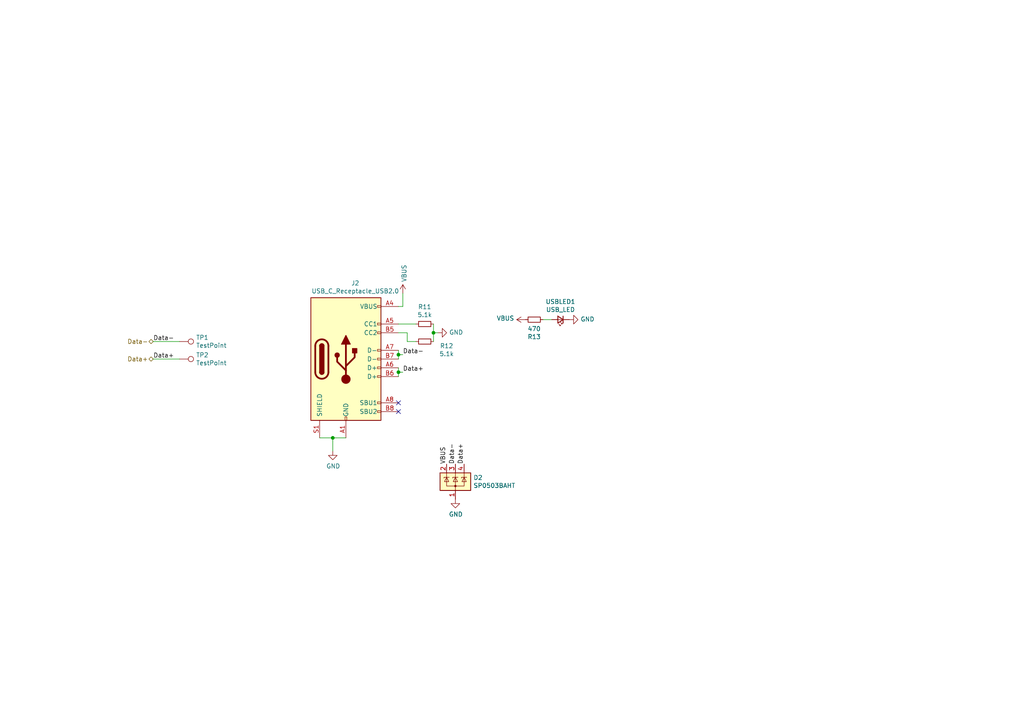
<source format=kicad_sch>
(kicad_sch (version 20230121) (generator eeschema)

  (uuid 922058ca-d09a-45fd-8394-05f3e2c1e03a)

  (paper "A4")

  (lib_symbols
    (symbol "Connector:TestPoint" (pin_numbers hide) (pin_names (offset 0.762) hide) (in_bom yes) (on_board yes)
      (property "Reference" "TP" (at 0 6.858 0)
        (effects (font (size 1.27 1.27)))
      )
      (property "Value" "TestPoint" (at 0 5.08 0)
        (effects (font (size 1.27 1.27)))
      )
      (property "Footprint" "" (at 5.08 0 0)
        (effects (font (size 1.27 1.27)) hide)
      )
      (property "Datasheet" "~" (at 5.08 0 0)
        (effects (font (size 1.27 1.27)) hide)
      )
      (property "ki_keywords" "test point tp" (at 0 0 0)
        (effects (font (size 1.27 1.27)) hide)
      )
      (property "ki_description" "test point" (at 0 0 0)
        (effects (font (size 1.27 1.27)) hide)
      )
      (property "ki_fp_filters" "Pin* Test*" (at 0 0 0)
        (effects (font (size 1.27 1.27)) hide)
      )
      (symbol "TestPoint_0_1"
        (circle (center 0 3.302) (radius 0.762)
          (stroke (width 0) (type default))
          (fill (type none))
        )
      )
      (symbol "TestPoint_1_1"
        (pin passive line (at 0 0 90) (length 2.54)
          (name "1" (effects (font (size 1.27 1.27))))
          (number "1" (effects (font (size 1.27 1.27))))
        )
      )
    )
    (symbol "Connector:USB_C_Receptacle_USB2.0" (pin_names (offset 1.016)) (in_bom yes) (on_board yes)
      (property "Reference" "J" (at -10.16 19.05 0)
        (effects (font (size 1.27 1.27)) (justify left))
      )
      (property "Value" "USB_C_Receptacle_USB2.0" (at 19.05 19.05 0)
        (effects (font (size 1.27 1.27)) (justify right))
      )
      (property "Footprint" "" (at 3.81 0 0)
        (effects (font (size 1.27 1.27)) hide)
      )
      (property "Datasheet" "https://www.usb.org/sites/default/files/documents/usb_type-c.zip" (at 3.81 0 0)
        (effects (font (size 1.27 1.27)) hide)
      )
      (property "ki_keywords" "usb universal serial bus type-C USB2.0" (at 0 0 0)
        (effects (font (size 1.27 1.27)) hide)
      )
      (property "ki_description" "USB 2.0-only Type-C Receptacle connector" (at 0 0 0)
        (effects (font (size 1.27 1.27)) hide)
      )
      (property "ki_fp_filters" "USB*C*Receptacle*" (at 0 0 0)
        (effects (font (size 1.27 1.27)) hide)
      )
      (symbol "USB_C_Receptacle_USB2.0_0_0"
        (rectangle (start -0.254 -17.78) (end 0.254 -16.764)
          (stroke (width 0) (type default))
          (fill (type none))
        )
        (rectangle (start 10.16 -14.986) (end 9.144 -15.494)
          (stroke (width 0) (type default))
          (fill (type none))
        )
        (rectangle (start 10.16 -12.446) (end 9.144 -12.954)
          (stroke (width 0) (type default))
          (fill (type none))
        )
        (rectangle (start 10.16 -4.826) (end 9.144 -5.334)
          (stroke (width 0) (type default))
          (fill (type none))
        )
        (rectangle (start 10.16 -2.286) (end 9.144 -2.794)
          (stroke (width 0) (type default))
          (fill (type none))
        )
        (rectangle (start 10.16 0.254) (end 9.144 -0.254)
          (stroke (width 0) (type default))
          (fill (type none))
        )
        (rectangle (start 10.16 2.794) (end 9.144 2.286)
          (stroke (width 0) (type default))
          (fill (type none))
        )
        (rectangle (start 10.16 7.874) (end 9.144 7.366)
          (stroke (width 0) (type default))
          (fill (type none))
        )
        (rectangle (start 10.16 10.414) (end 9.144 9.906)
          (stroke (width 0) (type default))
          (fill (type none))
        )
        (rectangle (start 10.16 15.494) (end 9.144 14.986)
          (stroke (width 0) (type default))
          (fill (type none))
        )
      )
      (symbol "USB_C_Receptacle_USB2.0_0_1"
        (rectangle (start -10.16 17.78) (end 10.16 -17.78)
          (stroke (width 0.254) (type default))
          (fill (type background))
        )
        (arc (start -8.89 -3.81) (mid -6.985 -5.7067) (end -5.08 -3.81)
          (stroke (width 0.508) (type default))
          (fill (type none))
        )
        (arc (start -7.62 -3.81) (mid -6.985 -4.4423) (end -6.35 -3.81)
          (stroke (width 0.254) (type default))
          (fill (type none))
        )
        (arc (start -7.62 -3.81) (mid -6.985 -4.4423) (end -6.35 -3.81)
          (stroke (width 0.254) (type default))
          (fill (type outline))
        )
        (rectangle (start -7.62 -3.81) (end -6.35 3.81)
          (stroke (width 0.254) (type default))
          (fill (type outline))
        )
        (arc (start -6.35 3.81) (mid -6.985 4.4423) (end -7.62 3.81)
          (stroke (width 0.254) (type default))
          (fill (type none))
        )
        (arc (start -6.35 3.81) (mid -6.985 4.4423) (end -7.62 3.81)
          (stroke (width 0.254) (type default))
          (fill (type outline))
        )
        (arc (start -5.08 3.81) (mid -6.985 5.7067) (end -8.89 3.81)
          (stroke (width 0.508) (type default))
          (fill (type none))
        )
        (circle (center -2.54 1.143) (radius 0.635)
          (stroke (width 0.254) (type default))
          (fill (type outline))
        )
        (circle (center 0 -5.842) (radius 1.27)
          (stroke (width 0) (type default))
          (fill (type outline))
        )
        (polyline
          (pts
            (xy -8.89 -3.81)
            (xy -8.89 3.81)
          )
          (stroke (width 0.508) (type default))
          (fill (type none))
        )
        (polyline
          (pts
            (xy -5.08 3.81)
            (xy -5.08 -3.81)
          )
          (stroke (width 0.508) (type default))
          (fill (type none))
        )
        (polyline
          (pts
            (xy 0 -5.842)
            (xy 0 4.318)
          )
          (stroke (width 0.508) (type default))
          (fill (type none))
        )
        (polyline
          (pts
            (xy 0 -3.302)
            (xy -2.54 -0.762)
            (xy -2.54 0.508)
          )
          (stroke (width 0.508) (type default))
          (fill (type none))
        )
        (polyline
          (pts
            (xy 0 -2.032)
            (xy 2.54 0.508)
            (xy 2.54 1.778)
          )
          (stroke (width 0.508) (type default))
          (fill (type none))
        )
        (polyline
          (pts
            (xy -1.27 4.318)
            (xy 0 6.858)
            (xy 1.27 4.318)
            (xy -1.27 4.318)
          )
          (stroke (width 0.254) (type default))
          (fill (type outline))
        )
        (rectangle (start 1.905 1.778) (end 3.175 3.048)
          (stroke (width 0.254) (type default))
          (fill (type outline))
        )
      )
      (symbol "USB_C_Receptacle_USB2.0_1_1"
        (pin passive line (at 0 -22.86 90) (length 5.08)
          (name "GND" (effects (font (size 1.27 1.27))))
          (number "A1" (effects (font (size 1.27 1.27))))
        )
        (pin passive line (at 0 -22.86 90) (length 5.08) hide
          (name "GND" (effects (font (size 1.27 1.27))))
          (number "A12" (effects (font (size 1.27 1.27))))
        )
        (pin passive line (at 15.24 15.24 180) (length 5.08)
          (name "VBUS" (effects (font (size 1.27 1.27))))
          (number "A4" (effects (font (size 1.27 1.27))))
        )
        (pin bidirectional line (at 15.24 10.16 180) (length 5.08)
          (name "CC1" (effects (font (size 1.27 1.27))))
          (number "A5" (effects (font (size 1.27 1.27))))
        )
        (pin bidirectional line (at 15.24 -2.54 180) (length 5.08)
          (name "D+" (effects (font (size 1.27 1.27))))
          (number "A6" (effects (font (size 1.27 1.27))))
        )
        (pin bidirectional line (at 15.24 2.54 180) (length 5.08)
          (name "D-" (effects (font (size 1.27 1.27))))
          (number "A7" (effects (font (size 1.27 1.27))))
        )
        (pin bidirectional line (at 15.24 -12.7 180) (length 5.08)
          (name "SBU1" (effects (font (size 1.27 1.27))))
          (number "A8" (effects (font (size 1.27 1.27))))
        )
        (pin passive line (at 15.24 15.24 180) (length 5.08) hide
          (name "VBUS" (effects (font (size 1.27 1.27))))
          (number "A9" (effects (font (size 1.27 1.27))))
        )
        (pin passive line (at 0 -22.86 90) (length 5.08) hide
          (name "GND" (effects (font (size 1.27 1.27))))
          (number "B1" (effects (font (size 1.27 1.27))))
        )
        (pin passive line (at 0 -22.86 90) (length 5.08) hide
          (name "GND" (effects (font (size 1.27 1.27))))
          (number "B12" (effects (font (size 1.27 1.27))))
        )
        (pin passive line (at 15.24 15.24 180) (length 5.08) hide
          (name "VBUS" (effects (font (size 1.27 1.27))))
          (number "B4" (effects (font (size 1.27 1.27))))
        )
        (pin bidirectional line (at 15.24 7.62 180) (length 5.08)
          (name "CC2" (effects (font (size 1.27 1.27))))
          (number "B5" (effects (font (size 1.27 1.27))))
        )
        (pin bidirectional line (at 15.24 -5.08 180) (length 5.08)
          (name "D+" (effects (font (size 1.27 1.27))))
          (number "B6" (effects (font (size 1.27 1.27))))
        )
        (pin bidirectional line (at 15.24 0 180) (length 5.08)
          (name "D-" (effects (font (size 1.27 1.27))))
          (number "B7" (effects (font (size 1.27 1.27))))
        )
        (pin bidirectional line (at 15.24 -15.24 180) (length 5.08)
          (name "SBU2" (effects (font (size 1.27 1.27))))
          (number "B8" (effects (font (size 1.27 1.27))))
        )
        (pin passive line (at 15.24 15.24 180) (length 5.08) hide
          (name "VBUS" (effects (font (size 1.27 1.27))))
          (number "B9" (effects (font (size 1.27 1.27))))
        )
        (pin passive line (at -7.62 -22.86 90) (length 5.08)
          (name "SHIELD" (effects (font (size 1.27 1.27))))
          (number "S1" (effects (font (size 1.27 1.27))))
        )
      )
    )
    (symbol "Device:LED_Small" (pin_numbers hide) (pin_names (offset 0.254) hide) (in_bom yes) (on_board yes)
      (property "Reference" "D" (at -1.27 3.175 0)
        (effects (font (size 1.27 1.27)) (justify left))
      )
      (property "Value" "LED_Small" (at -4.445 -2.54 0)
        (effects (font (size 1.27 1.27)) (justify left))
      )
      (property "Footprint" "" (at 0 0 90)
        (effects (font (size 1.27 1.27)) hide)
      )
      (property "Datasheet" "~" (at 0 0 90)
        (effects (font (size 1.27 1.27)) hide)
      )
      (property "ki_keywords" "LED diode light-emitting-diode" (at 0 0 0)
        (effects (font (size 1.27 1.27)) hide)
      )
      (property "ki_description" "Light emitting diode, small symbol" (at 0 0 0)
        (effects (font (size 1.27 1.27)) hide)
      )
      (property "ki_fp_filters" "LED* LED_SMD:* LED_THT:*" (at 0 0 0)
        (effects (font (size 1.27 1.27)) hide)
      )
      (symbol "LED_Small_0_1"
        (polyline
          (pts
            (xy -0.762 -1.016)
            (xy -0.762 1.016)
          )
          (stroke (width 0.254) (type default))
          (fill (type none))
        )
        (polyline
          (pts
            (xy 1.016 0)
            (xy -0.762 0)
          )
          (stroke (width 0) (type default))
          (fill (type none))
        )
        (polyline
          (pts
            (xy 0.762 -1.016)
            (xy -0.762 0)
            (xy 0.762 1.016)
            (xy 0.762 -1.016)
          )
          (stroke (width 0.254) (type default))
          (fill (type none))
        )
        (polyline
          (pts
            (xy 0 0.762)
            (xy -0.508 1.27)
            (xy -0.254 1.27)
            (xy -0.508 1.27)
            (xy -0.508 1.016)
          )
          (stroke (width 0) (type default))
          (fill (type none))
        )
        (polyline
          (pts
            (xy 0.508 1.27)
            (xy 0 1.778)
            (xy 0.254 1.778)
            (xy 0 1.778)
            (xy 0 1.524)
          )
          (stroke (width 0) (type default))
          (fill (type none))
        )
      )
      (symbol "LED_Small_1_1"
        (pin passive line (at -2.54 0 0) (length 1.778)
          (name "K" (effects (font (size 1.27 1.27))))
          (number "1" (effects (font (size 1.27 1.27))))
        )
        (pin passive line (at 2.54 0 180) (length 1.778)
          (name "A" (effects (font (size 1.27 1.27))))
          (number "2" (effects (font (size 1.27 1.27))))
        )
      )
    )
    (symbol "Device:R_Small" (pin_numbers hide) (pin_names (offset 0.254) hide) (in_bom yes) (on_board yes)
      (property "Reference" "R" (at 0.762 0.508 0)
        (effects (font (size 1.27 1.27)) (justify left))
      )
      (property "Value" "R_Small" (at 0.762 -1.016 0)
        (effects (font (size 1.27 1.27)) (justify left))
      )
      (property "Footprint" "" (at 0 0 0)
        (effects (font (size 1.27 1.27)) hide)
      )
      (property "Datasheet" "~" (at 0 0 0)
        (effects (font (size 1.27 1.27)) hide)
      )
      (property "ki_keywords" "R resistor" (at 0 0 0)
        (effects (font (size 1.27 1.27)) hide)
      )
      (property "ki_description" "Resistor, small symbol" (at 0 0 0)
        (effects (font (size 1.27 1.27)) hide)
      )
      (property "ki_fp_filters" "R_*" (at 0 0 0)
        (effects (font (size 1.27 1.27)) hide)
      )
      (symbol "R_Small_0_1"
        (rectangle (start -0.762 1.778) (end 0.762 -1.778)
          (stroke (width 0.2032) (type default))
          (fill (type none))
        )
      )
      (symbol "R_Small_1_1"
        (pin passive line (at 0 2.54 270) (length 0.762)
          (name "~" (effects (font (size 1.27 1.27))))
          (number "1" (effects (font (size 1.27 1.27))))
        )
        (pin passive line (at 0 -2.54 90) (length 0.762)
          (name "~" (effects (font (size 1.27 1.27))))
          (number "2" (effects (font (size 1.27 1.27))))
        )
      )
    )
    (symbol "Power_Protection:SP0503BAHT" (pin_names hide) (in_bom yes) (on_board yes)
      (property "Reference" "D" (at 5.715 2.54 0)
        (effects (font (size 1.27 1.27)) (justify left))
      )
      (property "Value" "SP0503BAHT" (at 5.715 0.635 0)
        (effects (font (size 1.27 1.27)) (justify left))
      )
      (property "Footprint" "Package_TO_SOT_SMD:SOT-143" (at 5.715 -1.27 0)
        (effects (font (size 1.27 1.27)) (justify left) hide)
      )
      (property "Datasheet" "http://www.littelfuse.com/~/media/files/littelfuse/technical%20resources/documents/data%20sheets/sp05xxba.pdf" (at 3.175 3.175 0)
        (effects (font (size 1.27 1.27)) hide)
      )
      (property "ki_keywords" "usb esd protection suppression transient" (at 0 0 0)
        (effects (font (size 1.27 1.27)) hide)
      )
      (property "ki_description" "TVS Diode Array, 5.5V Standoff, 3 Channels, SOT-143 package" (at 0 0 0)
        (effects (font (size 1.27 1.27)) hide)
      )
      (property "ki_fp_filters" "SOT?143*" (at 0 0 0)
        (effects (font (size 1.27 1.27)) hide)
      )
      (symbol "SP0503BAHT_0_0"
        (pin passive line (at 0 -5.08 90) (length 2.54)
          (name "A" (effects (font (size 1.27 1.27))))
          (number "1" (effects (font (size 1.27 1.27))))
        )
      )
      (symbol "SP0503BAHT_0_1"
        (rectangle (start -4.445 2.54) (end 4.445 -2.54)
          (stroke (width 0.254) (type default))
          (fill (type background))
        )
        (circle (center 0 -1.27) (radius 0.254)
          (stroke (width 0) (type default))
          (fill (type outline))
        )
        (polyline
          (pts
            (xy -2.54 2.54)
            (xy -2.54 1.27)
          )
          (stroke (width 0) (type default))
          (fill (type none))
        )
        (polyline
          (pts
            (xy 0 -1.27)
            (xy 0 -2.54)
          )
          (stroke (width 0) (type default))
          (fill (type none))
        )
        (polyline
          (pts
            (xy 0 -1.27)
            (xy 0 1.27)
          )
          (stroke (width 0) (type default))
          (fill (type none))
        )
        (polyline
          (pts
            (xy 0 2.54)
            (xy 0 1.27)
          )
          (stroke (width 0) (type default))
          (fill (type none))
        )
        (polyline
          (pts
            (xy 0.635 1.27)
            (xy 0.762 1.27)
          )
          (stroke (width 0) (type default))
          (fill (type none))
        )
        (polyline
          (pts
            (xy 2.54 2.54)
            (xy 2.54 1.27)
          )
          (stroke (width 0) (type default))
          (fill (type none))
        )
        (polyline
          (pts
            (xy 0.635 1.27)
            (xy -0.762 1.27)
            (xy -0.762 1.016)
          )
          (stroke (width 0) (type default))
          (fill (type none))
        )
        (polyline
          (pts
            (xy -3.302 1.016)
            (xy -3.302 1.27)
            (xy -1.905 1.27)
            (xy -1.778 1.27)
          )
          (stroke (width 0) (type default))
          (fill (type none))
        )
        (polyline
          (pts
            (xy -2.54 1.27)
            (xy -2.54 -1.27)
            (xy 2.54 -1.27)
            (xy 2.54 1.27)
          )
          (stroke (width 0) (type default))
          (fill (type none))
        )
        (polyline
          (pts
            (xy -2.54 1.27)
            (xy -1.905 0)
            (xy -3.175 0)
            (xy -2.54 1.27)
          )
          (stroke (width 0) (type default))
          (fill (type none))
        )
        (polyline
          (pts
            (xy 0.635 0)
            (xy -0.635 0)
            (xy 0 1.27)
            (xy 0.635 0)
          )
          (stroke (width 0) (type default))
          (fill (type none))
        )
        (polyline
          (pts
            (xy 1.778 1.016)
            (xy 1.778 1.27)
            (xy 3.175 1.27)
            (xy 3.302 1.27)
          )
          (stroke (width 0) (type default))
          (fill (type none))
        )
        (polyline
          (pts
            (xy 2.54 1.27)
            (xy 1.905 0)
            (xy 3.175 0)
            (xy 2.54 1.27)
          )
          (stroke (width 0) (type default))
          (fill (type none))
        )
      )
      (symbol "SP0503BAHT_1_1"
        (pin passive line (at -2.54 5.08 270) (length 2.54)
          (name "K" (effects (font (size 1.27 1.27))))
          (number "2" (effects (font (size 1.27 1.27))))
        )
        (pin passive line (at 0 5.08 270) (length 2.54)
          (name "K" (effects (font (size 1.27 1.27))))
          (number "3" (effects (font (size 1.27 1.27))))
        )
        (pin passive line (at 2.54 5.08 270) (length 2.54)
          (name "K" (effects (font (size 1.27 1.27))))
          (number "4" (effects (font (size 1.27 1.27))))
        )
      )
    )
    (symbol "power:GND" (power) (pin_names (offset 0)) (in_bom yes) (on_board yes)
      (property "Reference" "#PWR" (at 0 -6.35 0)
        (effects (font (size 1.27 1.27)) hide)
      )
      (property "Value" "GND" (at 0 -3.81 0)
        (effects (font (size 1.27 1.27)))
      )
      (property "Footprint" "" (at 0 0 0)
        (effects (font (size 1.27 1.27)) hide)
      )
      (property "Datasheet" "" (at 0 0 0)
        (effects (font (size 1.27 1.27)) hide)
      )
      (property "ki_keywords" "power-flag" (at 0 0 0)
        (effects (font (size 1.27 1.27)) hide)
      )
      (property "ki_description" "Power symbol creates a global label with name \"GND\" , ground" (at 0 0 0)
        (effects (font (size 1.27 1.27)) hide)
      )
      (symbol "GND_0_1"
        (polyline
          (pts
            (xy 0 0)
            (xy 0 -1.27)
            (xy 1.27 -1.27)
            (xy 0 -2.54)
            (xy -1.27 -1.27)
            (xy 0 -1.27)
          )
          (stroke (width 0) (type default))
          (fill (type none))
        )
      )
      (symbol "GND_1_1"
        (pin power_in line (at 0 0 270) (length 0) hide
          (name "GND" (effects (font (size 1.27 1.27))))
          (number "1" (effects (font (size 1.27 1.27))))
        )
      )
    )
    (symbol "power:VBUS" (power) (pin_names (offset 0)) (in_bom yes) (on_board yes)
      (property "Reference" "#PWR" (at 0 -3.81 0)
        (effects (font (size 1.27 1.27)) hide)
      )
      (property "Value" "VBUS" (at 0 3.81 0)
        (effects (font (size 1.27 1.27)))
      )
      (property "Footprint" "" (at 0 0 0)
        (effects (font (size 1.27 1.27)) hide)
      )
      (property "Datasheet" "" (at 0 0 0)
        (effects (font (size 1.27 1.27)) hide)
      )
      (property "ki_keywords" "power-flag" (at 0 0 0)
        (effects (font (size 1.27 1.27)) hide)
      )
      (property "ki_description" "Power symbol creates a global label with name \"VBUS\"" (at 0 0 0)
        (effects (font (size 1.27 1.27)) hide)
      )
      (symbol "VBUS_0_1"
        (polyline
          (pts
            (xy -0.762 1.27)
            (xy 0 2.54)
          )
          (stroke (width 0) (type default))
          (fill (type none))
        )
        (polyline
          (pts
            (xy 0 0)
            (xy 0 2.54)
          )
          (stroke (width 0) (type default))
          (fill (type none))
        )
        (polyline
          (pts
            (xy 0 2.54)
            (xy 0.762 1.27)
          )
          (stroke (width 0) (type default))
          (fill (type none))
        )
      )
      (symbol "VBUS_1_1"
        (pin power_in line (at 0 0 90) (length 0) hide
          (name "VBUS" (effects (font (size 1.27 1.27))))
          (number "1" (effects (font (size 1.27 1.27))))
        )
      )
    )
  )

  (junction (at 115.57 107.95) (diameter 0) (color 0 0 0 0)
    (uuid 03caada9-9e22-4e2d-9035-b15433dfbb17)
  )
  (junction (at 125.73 96.52) (diameter 0) (color 0 0 0 0)
    (uuid 0f54db53-a272-4955-88fb-d7ab00657bb0)
  )
  (junction (at 96.52 127) (diameter 0) (color 0 0 0 0)
    (uuid 6bfe5804-2ef9-4c65-b2a7-f01e4014370a)
  )
  (junction (at 115.57 102.87) (diameter 0) (color 0 0 0 0)
    (uuid 7e023245-2c2b-4e2b-bfb9-5d35176e88f2)
  )

  (no_connect (at 115.57 119.38) (uuid 45008225-f50f-4d6b-b508-6730a9408caf))
  (no_connect (at 115.57 116.84) (uuid a544eb0a-75db-4baf-bf54-9ca21744343b))

  (wire (pts (xy 115.57 96.52) (xy 118.11 96.52))
    (stroke (width 0) (type default))
    (uuid 003c2200-0632-4808-a662-8ddd5d30c768)
  )
  (wire (pts (xy 44.45 104.14) (xy 52.07 104.14))
    (stroke (width 0) (type default))
    (uuid 0e8f7fc0-2ef2-4b90-9c15-8a3a601ee459)
  )
  (wire (pts (xy 96.52 127) (xy 96.52 130.81))
    (stroke (width 0) (type default))
    (uuid 1d9cdadc-9036-4a95-b6db-fa7b3b74c869)
  )
  (wire (pts (xy 115.57 107.95) (xy 115.57 109.22))
    (stroke (width 0) (type default))
    (uuid 1f3003e6-dce5-420f-906b-3f1e92b67249)
  )
  (wire (pts (xy 118.11 96.52) (xy 118.11 99.06))
    (stroke (width 0) (type default))
    (uuid 240e07e1-770b-4b27-894f-29fd601c924d)
  )
  (wire (pts (xy 160.02 92.71) (xy 157.48 92.71))
    (stroke (width 0) (type default))
    (uuid 2e842263-c0ba-46fd-a760-6624d4c78278)
  )
  (wire (pts (xy 115.57 102.87) (xy 115.57 101.6))
    (stroke (width 0) (type default))
    (uuid 40165eda-4ba6-4565-9bb4-b9df6dbb08da)
  )
  (wire (pts (xy 115.57 102.87) (xy 116.84 102.87))
    (stroke (width 0) (type default))
    (uuid 4780a290-d25c-4459-9579-eba3f7678762)
  )
  (wire (pts (xy 116.84 85.09) (xy 116.84 88.9))
    (stroke (width 0) (type default))
    (uuid 4a21e717-d46d-4d9e-8b98-af4ecb02d3ec)
  )
  (wire (pts (xy 125.73 93.98) (xy 125.73 96.52))
    (stroke (width 0) (type default))
    (uuid 80094b70-85ab-4ff6-934b-60d5ee65023a)
  )
  (wire (pts (xy 92.71 127) (xy 96.52 127))
    (stroke (width 0) (type default))
    (uuid 8c6a821f-8e19-48f3-8f44-9b340f7689bc)
  )
  (wire (pts (xy 115.57 93.98) (xy 120.65 93.98))
    (stroke (width 0) (type default))
    (uuid b88717bd-086f-46cd-9d3f-0396009d0996)
  )
  (wire (pts (xy 125.73 99.06) (xy 125.73 96.52))
    (stroke (width 0) (type default))
    (uuid bfc0aadc-38cf-466e-a642-68fdc3138c78)
  )
  (wire (pts (xy 96.52 127) (xy 100.33 127))
    (stroke (width 0) (type default))
    (uuid c0eca5ed-bc5e-4618-9bcd-80945bea41ed)
  )
  (wire (pts (xy 125.73 96.52) (xy 127 96.52))
    (stroke (width 0) (type default))
    (uuid d4a1d3c4-b315-4bec-9220-d12a9eab51e0)
  )
  (wire (pts (xy 115.57 106.68) (xy 115.57 107.95))
    (stroke (width 0) (type default))
    (uuid d7269d2a-b8c0-422d-8f25-f79ea31bf75e)
  )
  (wire (pts (xy 115.57 104.14) (xy 115.57 102.87))
    (stroke (width 0) (type default))
    (uuid df68c26a-03b5-4466-aecf-ba34b7dce6b7)
  )
  (wire (pts (xy 115.57 107.95) (xy 116.84 107.95))
    (stroke (width 0) (type default))
    (uuid e8c50f1b-c316-4110-9cce-5c24c65a1eaa)
  )
  (wire (pts (xy 116.84 88.9) (xy 115.57 88.9))
    (stroke (width 0) (type default))
    (uuid ec31c074-17b2-48e1-ab01-071acad3fa04)
  )
  (wire (pts (xy 118.11 99.06) (xy 120.65 99.06))
    (stroke (width 0) (type default))
    (uuid f2c93195-af12-4d3e-acdf-bdd0ff675c24)
  )
  (wire (pts (xy 44.45 99.06) (xy 52.07 99.06))
    (stroke (width 0) (type default))
    (uuid feb26ecb-9193-46ea-a41b-d09305bf0a3e)
  )

  (label "Data+" (at 134.62 134.62 90) (fields_autoplaced)
    (effects (font (size 1.27 1.27)) (justify left bottom))
    (uuid 12422a89-3d0c-485c-9386-f77121fd68fd)
  )
  (label "VBUS" (at 129.54 134.62 90) (fields_autoplaced)
    (effects (font (size 1.27 1.27)) (justify left bottom))
    (uuid 1a6d2848-e78e-49fe-8978-e1890f07836f)
  )
  (label "Data+" (at 44.45 104.14 0) (fields_autoplaced)
    (effects (font (size 1.27 1.27)) (justify left bottom))
    (uuid 382ca670-6ae8-4de6-90f9-f241d1337171)
  )
  (label "Data-" (at 44.45 99.06 0) (fields_autoplaced)
    (effects (font (size 1.27 1.27)) (justify left bottom))
    (uuid 5cf2db29-f7ab-499a-9907-cdeba64bf0f3)
  )
  (label "Data-" (at 132.08 134.62 90) (fields_autoplaced)
    (effects (font (size 1.27 1.27)) (justify left bottom))
    (uuid 7d34f6b1-ab31-49be-b011-c67fe67a8a56)
  )
  (label "Data-" (at 116.84 102.87 0) (fields_autoplaced)
    (effects (font (size 1.27 1.27)) (justify left bottom))
    (uuid 8e06ba1f-e3ba-4eb9-a10e-887dffd566d6)
  )
  (label "Data+" (at 116.84 107.95 0) (fields_autoplaced)
    (effects (font (size 1.27 1.27)) (justify left bottom))
    (uuid babeabf2-f3b0-4ed5-8d9e-0215947e6cf3)
  )

  (hierarchical_label "Data-" (shape bidirectional) (at 44.45 99.06 180) (fields_autoplaced)
    (effects (font (size 1.27 1.27)) (justify right))
    (uuid 5e57427e-6497-4e72-9cee-528ed39f40d0)
  )
  (hierarchical_label "Data+" (shape bidirectional) (at 44.45 104.14 180) (fields_autoplaced)
    (effects (font (size 1.27 1.27)) (justify right))
    (uuid be93e0c8-bb26-4a74-81a2-7764bd37cad9)
  )

  (symbol (lib_id "power:GND") (at 127 96.52 90) (unit 1)
    (in_bom yes) (on_board yes) (dnp no)
    (uuid 00000000-0000-0000-0000-000061988bf8)
    (property "Reference" "#PWR031" (at 133.35 96.52 0)
      (effects (font (size 1.27 1.27)) hide)
    )
    (property "Value" "GND" (at 130.2512 96.393 90)
      (effects (font (size 1.27 1.27)) (justify right))
    )
    (property "Footprint" "" (at 127 96.52 0)
      (effects (font (size 1.27 1.27)) hide)
    )
    (property "Datasheet" "" (at 127 96.52 0)
      (effects (font (size 1.27 1.27)) hide)
    )
    (pin "1" (uuid 6802d67a-ee6e-45f4-b9c7-e19435a0f2f8))
    (instances
      (project "Canardboard"
        (path "/7db990e4-92e1-4f99-b4d2-435bbec1ba83/00000000-0000-0000-0000-000061925999"
          (reference "#PWR031") (unit 1)
        )
      )
    )
  )

  (symbol (lib_id "Device:R_Small") (at 123.19 99.06 270) (unit 1)
    (in_bom yes) (on_board yes) (dnp no)
    (uuid 00000000-0000-0000-0000-000061988c01)
    (property "Reference" "R12" (at 129.54 100.33 90)
      (effects (font (size 1.27 1.27)))
    )
    (property "Value" "5.1k" (at 129.54 102.6414 90)
      (effects (font (size 1.27 1.27)))
    )
    (property "Footprint" "Resistor_SMD:R_0402_1005Metric" (at 123.19 99.06 0)
      (effects (font (size 1.27 1.27)) hide)
    )
    (property "Datasheet" "~" (at 123.19 99.06 0)
      (effects (font (size 1.27 1.27)) hide)
    )
    (pin "1" (uuid a195a069-0faa-4981-91ff-f988ecfdd77e))
    (pin "2" (uuid bff175d8-2e40-4e60-8883-cfa3ac53a5f9))
    (instances
      (project "Canardboard"
        (path "/7db990e4-92e1-4f99-b4d2-435bbec1ba83/00000000-0000-0000-0000-000061925999"
          (reference "R12") (unit 1)
        )
      )
    )
  )

  (symbol (lib_id "Device:R_Small") (at 123.19 93.98 90) (unit 1)
    (in_bom yes) (on_board yes) (dnp no)
    (uuid 00000000-0000-0000-0000-000061988c0e)
    (property "Reference" "R11" (at 123.19 89.0016 90)
      (effects (font (size 1.27 1.27)))
    )
    (property "Value" "5.1k" (at 123.19 91.313 90)
      (effects (font (size 1.27 1.27)))
    )
    (property "Footprint" "Resistor_SMD:R_0402_1005Metric" (at 123.19 93.98 0)
      (effects (font (size 1.27 1.27)) hide)
    )
    (property "Datasheet" "~" (at 123.19 93.98 0)
      (effects (font (size 1.27 1.27)) hide)
    )
    (pin "1" (uuid bd5f556a-4125-4eb1-8fdd-d6ccdcc942e7))
    (pin "2" (uuid 03eee002-78af-410b-bdc3-31147203b477))
    (instances
      (project "Canardboard"
        (path "/7db990e4-92e1-4f99-b4d2-435bbec1ba83/00000000-0000-0000-0000-000061925999"
          (reference "R11") (unit 1)
        )
      )
    )
  )

  (symbol (lib_id "power:GND") (at 96.52 130.81 0) (unit 1)
    (in_bom yes) (on_board yes) (dnp no)
    (uuid 00000000-0000-0000-0000-000061988c18)
    (property "Reference" "#PWR029" (at 96.52 137.16 0)
      (effects (font (size 1.27 1.27)) hide)
    )
    (property "Value" "GND" (at 96.647 135.2042 0)
      (effects (font (size 1.27 1.27)))
    )
    (property "Footprint" "" (at 96.52 130.81 0)
      (effects (font (size 1.27 1.27)) hide)
    )
    (property "Datasheet" "" (at 96.52 130.81 0)
      (effects (font (size 1.27 1.27)) hide)
    )
    (pin "1" (uuid f6e4e2ae-07f3-455f-b6fc-3773751223c6))
    (instances
      (project "Canardboard"
        (path "/7db990e4-92e1-4f99-b4d2-435bbec1ba83/00000000-0000-0000-0000-000061925999"
          (reference "#PWR029") (unit 1)
        )
      )
    )
  )

  (symbol (lib_id "Connector:USB_C_Receptacle_USB2.0") (at 100.33 104.14 0) (unit 1)
    (in_bom yes) (on_board yes) (dnp no)
    (uuid 00000000-0000-0000-0000-000061988c49)
    (property "Reference" "J2" (at 103.0478 82.1182 0)
      (effects (font (size 1.27 1.27)))
    )
    (property "Value" "USB_C_Receptacle_USB2.0" (at 103.0478 84.4296 0)
      (effects (font (size 1.27 1.27)))
    )
    (property "Footprint" "Connector_USB:USB_C_Receptacle_Palconn_UTC16-G" (at 104.14 104.14 0)
      (effects (font (size 1.27 1.27)) hide)
    )
    (property "Datasheet" "https://www.usb.org/sites/default/files/documents/usb_type-c.zip" (at 104.14 104.14 0)
      (effects (font (size 1.27 1.27)) hide)
    )
    (pin "A1" (uuid 5da18ec0-5cb2-4256-a93a-97116d94ad32))
    (pin "A12" (uuid df436811-5448-4d74-95f6-1097f73f4bc0))
    (pin "A4" (uuid fef18650-dd11-4c05-9f58-3ffa4be45c86))
    (pin "A5" (uuid 8a70f7a2-410c-49ef-b503-8b1e1540fd24))
    (pin "A6" (uuid 6b38a2cb-3ee6-43f1-b68d-89417f55e93d))
    (pin "A7" (uuid 179297eb-b0e7-45fd-a287-ed66c1d54369))
    (pin "A8" (uuid 86d2ee54-3450-4762-9b5e-6f00874208ab))
    (pin "A9" (uuid 3ee40b9e-0c79-4da3-aac2-6772b878c7a1))
    (pin "B1" (uuid b17b9371-c308-4294-bc83-2336571086d8))
    (pin "B12" (uuid 05dfa5dc-1e0b-48cf-837a-6693f652862f))
    (pin "B4" (uuid 8ab80e85-892c-44f2-9372-db31da5605c7))
    (pin "B5" (uuid 4212f135-7601-4f04-8373-864367f18283))
    (pin "B6" (uuid 719eeed5-1e5a-4fe3-9e3b-cc0ac3ff134d))
    (pin "B7" (uuid e412952a-b3b1-4627-a2a7-eda652f1cf2f))
    (pin "B8" (uuid 101f6627-744c-4d06-a231-befd35fdcec4))
    (pin "B9" (uuid eb352eb8-26ef-4370-9852-1313b28e524f))
    (pin "S1" (uuid 7b836b8f-e2f7-4a02-aaea-5f5f23bb6c5e))
    (instances
      (project "Canardboard"
        (path "/7db990e4-92e1-4f99-b4d2-435bbec1ba83/00000000-0000-0000-0000-000061925999"
          (reference "J2") (unit 1)
        )
      )
    )
  )

  (symbol (lib_id "power:GND") (at 132.08 144.78 0) (unit 1)
    (in_bom yes) (on_board yes) (dnp no)
    (uuid 00000000-0000-0000-0000-000061988c86)
    (property "Reference" "#PWR032" (at 132.08 151.13 0)
      (effects (font (size 1.27 1.27)) hide)
    )
    (property "Value" "GND" (at 132.207 149.1742 0)
      (effects (font (size 1.27 1.27)))
    )
    (property "Footprint" "" (at 132.08 144.78 0)
      (effects (font (size 1.27 1.27)) hide)
    )
    (property "Datasheet" "" (at 132.08 144.78 0)
      (effects (font (size 1.27 1.27)) hide)
    )
    (pin "1" (uuid 5adfa564-011e-4a12-8859-deffc2a0e089))
    (instances
      (project "Canardboard"
        (path "/7db990e4-92e1-4f99-b4d2-435bbec1ba83/00000000-0000-0000-0000-000061925999"
          (reference "#PWR032") (unit 1)
        )
      )
    )
  )

  (symbol (lib_id "Power_Protection:SP0503BAHT") (at 132.08 139.7 0) (unit 1)
    (in_bom yes) (on_board yes) (dnp no)
    (uuid 00000000-0000-0000-0000-000061988c8c)
    (property "Reference" "D2" (at 137.287 138.5316 0)
      (effects (font (size 1.27 1.27)) (justify left))
    )
    (property "Value" "SP0503BAHT" (at 137.287 140.843 0)
      (effects (font (size 1.27 1.27)) (justify left))
    )
    (property "Footprint" "Package_TO_SOT_SMD:SOT-143" (at 137.795 140.97 0)
      (effects (font (size 1.27 1.27)) (justify left) hide)
    )
    (property "Datasheet" "http://www.littelfuse.com/~/media/files/littelfuse/technical%20resources/documents/data%20sheets/sp05xxba.pdf" (at 135.255 136.525 0)
      (effects (font (size 1.27 1.27)) hide)
    )
    (pin "1" (uuid b16ad922-69c7-4388-ba9b-9ae496370662))
    (pin "2" (uuid ea715aef-f1f5-4c34-b781-7c4bc7bf5f7a))
    (pin "3" (uuid 7af148fc-3a03-4951-af30-8468348243a1))
    (pin "4" (uuid e99c92ed-a3d1-4b5e-9be9-ad8c1c3e2068))
    (instances
      (project "Canardboard"
        (path "/7db990e4-92e1-4f99-b4d2-435bbec1ba83/00000000-0000-0000-0000-000061925999"
          (reference "D2") (unit 1)
        )
      )
    )
  )

  (symbol (lib_id "power:VBUS") (at 116.84 85.09 0) (unit 1)
    (in_bom yes) (on_board yes) (dnp no)
    (uuid 00000000-0000-0000-0000-000061a236c4)
    (property "Reference" "#PWR030" (at 116.84 88.9 0)
      (effects (font (size 1.27 1.27)) hide)
    )
    (property "Value" "VBUS" (at 117.221 81.8388 90)
      (effects (font (size 1.27 1.27)) (justify left))
    )
    (property "Footprint" "" (at 116.84 85.09 0)
      (effects (font (size 1.27 1.27)) hide)
    )
    (property "Datasheet" "" (at 116.84 85.09 0)
      (effects (font (size 1.27 1.27)) hide)
    )
    (pin "1" (uuid 9aa99eb0-7cee-4396-b81d-a9612075f311))
    (instances
      (project "Canardboard"
        (path "/7db990e4-92e1-4f99-b4d2-435bbec1ba83/00000000-0000-0000-0000-000061925999"
          (reference "#PWR030") (unit 1)
        )
      )
    )
  )

  (symbol (lib_id "Connector:TestPoint") (at 52.07 99.06 270) (unit 1)
    (in_bom yes) (on_board yes) (dnp no)
    (uuid 00000000-0000-0000-0000-000061ab7cb8)
    (property "Reference" "TP1" (at 56.8452 97.8916 90)
      (effects (font (size 1.27 1.27)) (justify left))
    )
    (property "Value" "TestPoint" (at 56.8452 100.203 90)
      (effects (font (size 1.27 1.27)) (justify left))
    )
    (property "Footprint" "TestPoint:TestPoint_Pad_D1.0mm" (at 52.07 104.14 0)
      (effects (font (size 1.27 1.27)) hide)
    )
    (property "Datasheet" "~" (at 52.07 104.14 0)
      (effects (font (size 1.27 1.27)) hide)
    )
    (pin "1" (uuid 7d1b7618-f8de-4b3d-aa8b-046586bd73a9))
    (instances
      (project "Canardboard"
        (path "/7db990e4-92e1-4f99-b4d2-435bbec1ba83/00000000-0000-0000-0000-000061925999"
          (reference "TP1") (unit 1)
        )
      )
    )
  )

  (symbol (lib_id "Connector:TestPoint") (at 52.07 104.14 270) (unit 1)
    (in_bom yes) (on_board yes) (dnp no)
    (uuid 00000000-0000-0000-0000-000061ab87f3)
    (property "Reference" "TP2" (at 56.8452 102.9716 90)
      (effects (font (size 1.27 1.27)) (justify left))
    )
    (property "Value" "TestPoint" (at 56.8452 105.283 90)
      (effects (font (size 1.27 1.27)) (justify left))
    )
    (property "Footprint" "TestPoint:TestPoint_Pad_D1.0mm" (at 52.07 109.22 0)
      (effects (font (size 1.27 1.27)) hide)
    )
    (property "Datasheet" "~" (at 52.07 109.22 0)
      (effects (font (size 1.27 1.27)) hide)
    )
    (pin "1" (uuid 0822c170-c52f-4a24-9f2e-dc0082caf2a3))
    (instances
      (project "Canardboard"
        (path "/7db990e4-92e1-4f99-b4d2-435bbec1ba83/00000000-0000-0000-0000-000061925999"
          (reference "TP2") (unit 1)
        )
      )
    )
  )

  (symbol (lib_id "Device:LED_Small") (at 162.56 92.71 180) (unit 1)
    (in_bom yes) (on_board yes) (dnp no)
    (uuid 00000000-0000-0000-0000-000061b104ea)
    (property "Reference" "USBLED1" (at 162.56 87.503 0)
      (effects (font (size 1.27 1.27)))
    )
    (property "Value" "USB_LED" (at 162.56 89.8144 0)
      (effects (font (size 1.27 1.27)))
    )
    (property "Footprint" "Resistor_SMD:R_0402_1005Metric" (at 162.56 92.71 90)
      (effects (font (size 1.27 1.27)) hide)
    )
    (property "Datasheet" "~" (at 162.56 92.71 90)
      (effects (font (size 1.27 1.27)) hide)
    )
    (pin "1" (uuid 20ca0658-c4e7-42ce-914a-2110088b99b1))
    (pin "2" (uuid cfddbd95-bad4-4676-b489-0166e48bd76e))
    (instances
      (project "Canardboard"
        (path "/7db990e4-92e1-4f99-b4d2-435bbec1ba83/00000000-0000-0000-0000-000061925999"
          (reference "USBLED1") (unit 1)
        )
      )
    )
  )

  (symbol (lib_id "Device:R_Small") (at 154.94 92.71 90) (unit 1)
    (in_bom yes) (on_board yes) (dnp no)
    (uuid 00000000-0000-0000-0000-000061b104f0)
    (property "Reference" "R13" (at 154.94 97.6884 90)
      (effects (font (size 1.27 1.27)))
    )
    (property "Value" "470" (at 154.94 95.377 90)
      (effects (font (size 1.27 1.27)))
    )
    (property "Footprint" "Resistor_SMD:R_0402_1005Metric" (at 154.94 92.71 0)
      (effects (font (size 1.27 1.27)) hide)
    )
    (property "Datasheet" "~" (at 154.94 92.71 0)
      (effects (font (size 1.27 1.27)) hide)
    )
    (pin "1" (uuid 169e505d-4353-45cb-ac09-71767071f6da))
    (pin "2" (uuid 658fe9ab-a4e5-4dbe-b15c-2b71b08637ef))
    (instances
      (project "Canardboard"
        (path "/7db990e4-92e1-4f99-b4d2-435bbec1ba83/00000000-0000-0000-0000-000061925999"
          (reference "R13") (unit 1)
        )
      )
    )
  )

  (symbol (lib_id "power:GND") (at 165.1 92.71 90) (unit 1)
    (in_bom yes) (on_board yes) (dnp no)
    (uuid 00000000-0000-0000-0000-000061b11f2f)
    (property "Reference" "#PWR034" (at 171.45 92.71 0)
      (effects (font (size 1.27 1.27)) hide)
    )
    (property "Value" "GND" (at 168.3512 92.583 90)
      (effects (font (size 1.27 1.27)) (justify right))
    )
    (property "Footprint" "" (at 165.1 92.71 0)
      (effects (font (size 1.27 1.27)) hide)
    )
    (property "Datasheet" "" (at 165.1 92.71 0)
      (effects (font (size 1.27 1.27)) hide)
    )
    (pin "1" (uuid 7d7486ae-aeaa-4bbe-ab12-2142f8812c98))
    (instances
      (project "Canardboard"
        (path "/7db990e4-92e1-4f99-b4d2-435bbec1ba83/00000000-0000-0000-0000-000061925999"
          (reference "#PWR034") (unit 1)
        )
      )
    )
  )

  (symbol (lib_id "power:VBUS") (at 152.4 92.71 90) (unit 1)
    (in_bom yes) (on_board yes) (dnp no)
    (uuid 00000000-0000-0000-0000-000061b168a6)
    (property "Reference" "#PWR033" (at 156.21 92.71 0)
      (effects (font (size 1.27 1.27)) hide)
    )
    (property "Value" "VBUS" (at 149.1488 92.329 90)
      (effects (font (size 1.27 1.27)) (justify left))
    )
    (property "Footprint" "" (at 152.4 92.71 0)
      (effects (font (size 1.27 1.27)) hide)
    )
    (property "Datasheet" "" (at 152.4 92.71 0)
      (effects (font (size 1.27 1.27)) hide)
    )
    (pin "1" (uuid af236b67-2378-48e2-b559-027c97a398ae))
    (instances
      (project "Canardboard"
        (path "/7db990e4-92e1-4f99-b4d2-435bbec1ba83/00000000-0000-0000-0000-000061925999"
          (reference "#PWR033") (unit 1)
        )
      )
    )
  )
)

</source>
